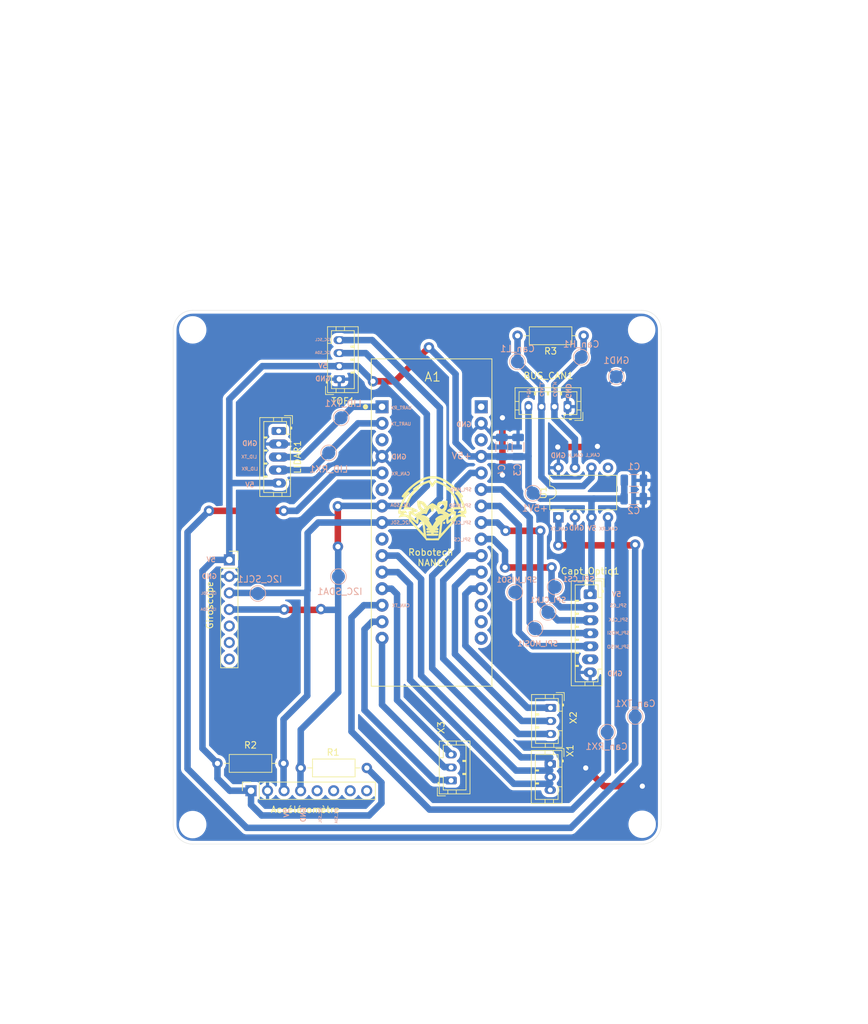
<source format=kicad_pcb>
(kicad_pcb (version 20211014) (generator pcbnew)
  (layers (0 "F.Cu" signal) (31 "B.Cu" signal) (34 "B.Paste" user) (35 "F.Paste" user) (36 "B.SilkS" user "B.Silkscreen") (37 "F.SilkS" user "F.Silkscreen") (38 "B.Mask" user) (39 "F.Mask" user) (44 "Edge.Cuts" user))
  (net 0 "")
  (net 1 "CAN_TX")
  (net 2 "CAN_RX")
  (net 3 "GND")
  (net 4 "+3V3")
  (net 6 "CAN_L")
  (net 7 "XShut9")
  (net 8 "XShut8")
  (net 9 "XShut7")
  (net 10 "CAN_H")
  (net 11 "+5V")
  (net 14 "UART1_RX")
  (net 15 "UART1_TX")
  (net 16 "SPI_MOSI")
  (net 17 "I2C_SDA")
  (net 18 "SPI_MISO")
  (net 19 "I2C_SCL")
  (net 20 "SPI_CLK")
  (net 21 "SPI_CS")
  (net 23 "XShut6")
  (net 24 "XShut5")
  (net 25 "XShut1")
  (net 26 "XShut2")
  (net 27 "XShut3")
  (net 30 "XShut4")
  (footprint "Connector_PinSocket_2.54mm:PinSocket_1x07_P2.54mm_Vertical" (layer "F.Cu") (at 137.62272 107.335)
    (fp_text reference "Giroscope1" hide)
    (fp_text value "Conn_01x07")
    (pad "1" thru_hole rect locked (at 0 0) (size 1.7 1.7) (drill 1) (layers *.Cu *.Mask) (net 11 "+5V"))
    (pad "2" thru_hole oval locked (at 0 2.54) (size 1.7 1.7) (drill 1) (layers *.Cu *.Mask) (net 3 "GND"))
    (pad "3" thru_hole oval locked (at 0 5.08) (size 1.7 1.7) (drill 1) (layers *.Cu *.Mask) (net 19 "I2C_SCL"))
    (pad "4" thru_hole oval locked (at 0 7.62) (size 1.7 1.7) (drill 1) (layers *.Cu *.Mask) (net 17 "I2C_SDA"))
    (pad "5" thru_hole oval locked (at 0 10.16) (size 1.7 1.7) (drill 1) (layers *.Cu *.Mask))
    (pad "6" thru_hole oval locked (at 0 12.7) (size 1.7 1.7) (drill 1) (layers *.Cu *.Mask))
    (pad "7" thru_hole oval locked (at 0 15.24) (size 1.7 1.7) (drill 1) (layers *.Cu *.Mask))
  )
  (footprint "Resistor_THT:R_Axial_DIN0207_L6.3mm_D2.5mm_P10.16mm_Horizontal" (layer "F.Cu") (at 145.96 138.6 180)
    (fp_text reference "R2" (at 5.08 2.8) (layer "F.SilkS"))
    (fp_text value "R")
    (pad "1" thru_hole circle locked (at 0 0 180) (size 1.6 1.6) (drill 0.8) (layers *.Cu *.Mask) (net 19 "I2C_SCL"))
    (pad "2" thru_hole oval locked (at 10.16 0 180) (size 1.6 1.6) (drill 0.8) (layers *.Cu *.Mask) (net 11 "+5V"))
  )
  (footprint "Connector_JST:JST_PH_B3B-PH-K_1x03_P2.00mm_Vertical" (layer "F.Cu") (at 171.704 141.224 90)
    (fp_text reference "J3" hide)
    (fp_text value "X3")
    (pad "1" thru_hole roundrect locked (at 0 0 90) (size 1.2 1.75) (drill 0.75) (layers *.Cu *.Mask) (roundrect_rratio 0.208333) (net 7 "XShut9"))
    (pad "2" thru_hole oval locked (at 2 0 90) (size 1.2 1.75) (drill 0.75) (layers *.Cu *.Mask) (net 8 "XShut8"))
    (pad "3" thru_hole oval locked (at 4 0 90) (size 1.2 1.75) (drill 0.75) (layers *.Cu *.Mask) (net 9 "XShut7"))
  )
  (footprint "Connector_JST:JST_PH_B4B-PH-K_1x04_P2.00mm_Vertical" (layer "F.Cu") (at 189.6 83.8 180)
    (fp_text reference "BUS_CAN1" (at 2.925 4.75) (layer "F.SilkS"))
    (fp_text value "Conn_01x04")
    (pad "1" thru_hole roundrect locked (at 0 0 180) (size 1.2 1.75) (drill 0.8) (layers *.Cu *.Mask) (roundrect_rratio 0.2083333333) (net 3 "GND"))
    (pad "2" thru_hole oval locked (at 2 0 180) (size 1.2 1.75) (drill 0.8) (layers *.Cu *.Mask) (net 10 "CAN_H"))
    (pad "3" thru_hole oval locked (at 4 0 180) (size 1.2 1.75) (drill 0.8) (layers *.Cu *.Mask) (net 6 "CAN_L"))
    (pad "4" thru_hole oval locked (at 6 0 180) (size 1.2 1.75) (drill 0.8) (layers *.Cu *.Mask) (net 11 "+5V"))
  )
  (footprint "Connector_JST:JST_PH_B7B-PH-K_1x07_P2.00mm_Vertical" (layer "F.Cu") (at 193.0842 112.617 -90)
    (fp_text reference "Capt_Optiq1" (at -3.556 0) (layer "F.SilkS"))
    (fp_text value "Conn_01x07")
    (pad "1" thru_hole roundrect (at 0 0 270) (size 1.5 2) (drill 0.8) (layers *.Cu *.Mask) (roundrect_rratio 0.2083333333) (net 11 "+5V"))
    (pad "2" thru_hole oval (at 2 0 270) (size 1.5 2.5) (drill 0.8) (layers *.Cu *.Mask) (net 21 "SPI_CS"))
    (pad "3" thru_hole oval (at 4 0 270) (size 1.5 2.5) (drill 0.8) (layers *.Cu *.Mask) (net 20 "SPI_CLK"))
    (pad "4" thru_hole oval (at 6 0 270) (size 1.5 2.5) (drill 0.8) (layers *.Cu *.Mask) (net 16 "SPI_MOSI"))
    (pad "5" thru_hole oval (at 8 0 270) (size 1.5 2.5) (drill 0.8) (layers *.Cu *.Mask) (net 18 "SPI_MISO"))
    (pad "6" thru_hole oval (at 10 0 270) (size 1.5 2.5) (drill 0.8) (layers *.Cu *.Mask))
    (pad "7" thru_hole oval (at 12 0 270) (size 1.5 2) (drill 0.8) (layers *.Cu *.Mask) (net 3 "GND"))
  )
  (footprint "Connector_JST:JST_PH_B5B-PH-K_1x05_P2.00mm_Vertical" (layer "F.Cu") (at 145.21772 87.535 -90)
    (fp_text reference "LIDAR1" (at 4 -2.9 90) (layer "F.SilkS"))
    (fp_text value "Conn_01x05")
    (pad "1" thru_hole roundrect locked (at 0 0 270) (size 1.2 2.2) (drill 0.75) (layers *.Cu *.Mask) (roundrect_rratio 0.208333))
    (pad "2" thru_hole oval locked (at 2 0 270) (size 1.4 3) (drill 0.8) (layers *.Cu *.Mask) (net 3 "GND"))
    (pad "3" thru_hole oval locked (at 4 0 270) (size 1.4 3) (drill 0.8) (layers *.Cu *.Mask) (net 15 "UART1_TX"))
    (pad "4" thru_hole oval locked (at 6 0 270) (size 1.4 3) (drill 0.8) (layers *.Cu *.Mask) (net 14 "UART1_RX"))
    (pad "5" thru_hole oval locked (at 8 0 270) (size 1.4 2.2) (drill 0.8) (layers *.Cu *.Mask) (net 11 "+5V"))
  )
  (footprint "Connector_JST:JST_PH_B3B-PH-K_1x03_P2.00mm_Vertical" (layer "F.Cu") (at 186.944 138.684 -90)
    (fp_text reference "J2" hide)
    (fp_text value "X1")
    (pad "1" thru_hole roundrect locked (at 0 0 270) (size 1.2 1.75) (drill 0.75) (layers *.Cu *.Mask) (roundrect_rratio 0.208333) (net 24 "XShut5"))
    (pad "2" thru_hole oval locked (at 2 0 270) (size 1.2 1.75) (drill 0.75) (layers *.Cu *.Mask) (net 23 "XShut6"))
    (pad "3" thru_hole oval locked (at 4 0 270) (size 1.2 1.75) (drill 0.75) (layers *.Cu *.Mask) (net 30 "XShut4"))
  )
  (footprint "Connector_JST:JST_PH_B3B-PH-K_1x03_P2.00mm_Vertical" (layer "F.Cu") (at 186.986 130.08 -90)
    (fp_text reference "J1" hide)
    (fp_text value "X2")
    (pad "1" thru_hole roundrect locked (at 0 0 270) (size 1.2 1.75) (drill 0.75) (layers *.Cu *.Mask) (roundrect_rratio 0.208333) (net 27 "XShut3"))
    (pad "2" thru_hole oval locked (at 2 0 270) (size 1.2 1.75) (drill 0.75) (layers *.Cu *.Mask) (net 26 "XShut2"))
    (pad "3" thru_hole oval locked (at 4 0 270) (size 1.2 1.75) (drill 0.75) (layers *.Cu *.Mask) (net 25 "XShut1"))
  )
  (footprint "Logos:logoRobotechNancy10x10" (layer "F.Cu") (at 168.825 99.25992)
    (fp_text reference "G***" hide)
    (fp_text value "LOGO" hide)
  )
  (footprint "empreinte:MODULE_NUCLEO-F303K8" (layer "F.Cu") (at 168.71272 101.6)
    (fp_text reference "A1" (at 0.16228 -22.375) (layer "F.SilkS") (effects (font (size 1.402378 1.402378))))
    (fp_text value "NUCLEO-F303K8")
    (pad "3.1" thru_hole rect (at -7.62 -17.78) (size 2 2) (drill 1) (layers *.Cu *.Mask) (net 15 "UART1_TX"))
    (pad "3.2" thru_hole circle (at -7.62 -15.24) (size 2 2) (drill 1) (layers *.Cu *.Mask) (net 14 "UART1_RX"))
    (pad "3.3" thru_hole circle (at -7.62 -12.7) (size 2 2) (drill 1) (layers *.Cu *.Mask))
    (pad "3.4" thru_hole circle (at -7.62 -10.16) (size 2 2) (drill 1) (layers *.Cu *.Mask) (net 3 "GND"))
    (pad "3.5" thru_hole circle (at -7.62 -7.62) (size 2 2) (drill 1) (layers *.Cu *.Mask) (net 1 "CAN_TX"))
    (pad "3.6" thru_hole circle (at -7.62 -5.08) (size 2 2) (drill 1) (layers *.Cu *.Mask))
    (pad "3.7" thru_hole circle (at -7.62 -2.54) (size 2 2) (drill 1) (layers *.Cu *.Mask) (net 17 "I2C_SDA"))
    (pad "3.8" thru_hole circle (at -7.62 0) (size 2 2) (drill 1) (layers *.Cu *.Mask) (net 19 "I2C_SCL"))
    (pad "3.9" thru_hole circle (at -7.62 2.54) (size 2 2) (drill 1) (layers *.Cu *.Mask))
    (pad "3.10" thru_hole circle (at -7.62 5.08) (size 2 2) (drill 1) (layers *.Cu *.Mask) (net 23 "XShut6"))
    (pad "3.11" thru_hole circle (at -7.62 7.62) (size 2 2) (drill 1) (layers *.Cu *.Mask) (net 30 "XShut4"))
    (pad "3.12" thru_hole circle (at -7.62 10.16) (size 2 2) (drill 1) (layers *.Cu *.Mask) (net 9 "XShut7"))
    (pad "3.13" thru_hole circle (at -7.62 12.7) (size 2 2) (drill 1) (layers *.Cu *.Mask) (net 2 "CAN_RX"))
    (pad "3.14" thru_hole circle (at -7.62 15.24) (size 2 2) (drill 1) (layers *.Cu *.Mask) (net 7 "XShut9"))
    (pad "3.15" thru_hole circle (at -7.62 17.78) (size 2 2) (drill 1) (layers *.Cu *.Mask) (net 8 "XShut8"))
    (pad "4.1" thru_hole rect (at 7.62 -17.78) (size 2 2) (drill 1) (layers *.Cu *.Mask))
    (pad "4.2" thru_hole circle (at 7.62 -15.24) (size 2 2) (drill 1) (layers *.Cu *.Mask) (net 3 "GND"))
    (pad "4.3" thru_hole circle (at 7.62 -12.7) (size 2 2) (drill 1) (layers *.Cu *.Mask))
    (pad "4.4" thru_hole circle (at 7.62 -10.16) (size 2 2) (drill 1) (layers *.Cu *.Mask) (net 11 "+5V"))
    (pad "4.5" thru_hole circle (at 7.62 -7.62) (size 2 2) (drill 1) (layers *.Cu *.Mask) (net 24 "XShut5"))
    (pad "4.6" thru_hole circle (at 7.62 -5.08) (size 2 2) (drill 1) (layers *.Cu *.Mask) (net 16 "SPI_MOSI"))
    (pad "4.7" thru_hole circle (at 7.62 -2.54) (size 2 2) (drill 1) (layers *.Cu *.Mask) (net 18 "SPI_MISO"))
    (pad "4.8" thru_hole circle (at 7.62 0) (size 2 2) (drill 1) (layers *.Cu *.Mask) (net 20 "SPI_CLK"))
    (pad "4.9" thru_hole circle (at 7.62 2.54) (size 2 2) (drill 1) (layers *.Cu *.Mask) (net 21 "SPI_CS"))
    (pad "4.10" thru_hole circle (at 7.62 5.08) (size 2 2) (drill 1) (layers *.Cu *.Mask) (net 25 "XShut1"))
    (pad "4.11" thru_hole circle (at 7.62 7.62) (size 2 2) (drill 1) (layers *.Cu *.Mask) (net 26 "XShut2"))
    (pad "4.12" thru_hole circle (at 7.62 10.16) (size 2 2) (drill 1) (layers *.Cu *.Mask) (net 27 "XShut3"))
    (pad "4.13" thru_hole circle (at 7.62 12.7) (size 2 2) (drill 1) (layers *.Cu *.Mask))
    (pad "4.14" thru_hole circle (at 7.62 15.24) (size 2 2) (drill 1) (layers *.Cu *.Mask) (net 4 "+3V3"))
    (pad "4.15" thru_hole circle (at 7.62 17.78) (size 2 2) (drill 1) (layers *.Cu *.Mask))
  )
  (footprint "Connector_JST:JST_PH_B4B-PH-K_1x04_P2.00mm_Vertical" (layer "F.Cu") (at 154.525 79.575 90)
    (fp_text reference "TOF1" (at -3.375 0.6) (layer "F.SilkS"))
    (fp_text value "Conn_01x04")
    (pad "1" thru_hole roundrect (at 0 0 90) (size 1.2 1.75) (drill 0.8) (layers *.Cu *.Mask) (roundrect_rratio 0.2083333333) (net 3 "GND"))
    (pad "2" thru_hole oval (at 2 0 90) (size 1.2 1.75) (drill 0.8) (layers *.Cu *.Mask) (net 11 "+5V"))
    (pad "3" thru_hole oval (at 4 0 90) (size 1.2 1.75) (drill 0.8) (layers *.Cu *.Mask) (net 17 "I2C_SDA"))
    (pad "4" thru_hole oval (at 6 0 90) (size 1.2 1.75) (drill 0.8) (layers *.Cu *.Mask) (net 19 "I2C_SCL"))
  )
  (footprint "Resistor_THT:R_Axial_DIN0207_L6.3mm_D2.5mm_P10.16mm_Horizontal" (layer "F.Cu") (at 192.08 72.9 180)
    (fp_text reference "R3" (at 5.08 -2.37) (layer "F.SilkS"))
    (fp_text value "R")
    (pad "1" thru_hole circle locked (at 0 0 180) (size 1.6 1.6) (drill 0.8) (layers *.Cu *.Mask) (net 10 "CAN_H"))
    (pad "2" thru_hole oval locked (at 10.16 0 180) (size 1.6 1.6) (drill 0.8) (layers *.Cu *.Mask) (net 6 "CAN_L"))
  )
  (footprint "Resistor_THT:R_Axial_DIN0207_L6.3mm_D2.5mm_P10.16mm_Horizontal" (layer "F.Cu") (at 158.76 139.3 180)
    (fp_text reference "R1" (at 5.18 2.4) (layer "F.SilkS"))
    (fp_text value "R")
    (pad "1" thru_hole circle locked (at 0 0 180) (size 1.6 1.6) (drill 0.8) (layers *.Cu *.Mask) (net 11 "+5V"))
    (pad "2" thru_hole oval locked (at 10.16 0 180) (size 1.6 1.6) (drill 0.8) (layers *.Cu *.Mask) (net 17 "I2C_SDA"))
  )
  (footprint "Connector_PinSocket_2.54mm:PinSocket_1x08_P2.54mm_Vertical" (layer "F.Cu") (at 140.96 142.8 90)
    (fp_text reference "Accéleromètre1" hide)
    (fp_text value "Conn_01x08")
    (pad "1" thru_hole rect locked (at 0 0 90) (size 1.7 1.7) (drill 1) (layers *.Cu *.Mask) (net 11 "+5V"))
    (pad "2" thru_hole oval locked (at 0 2.54 90) (size 1.7 1.7) (drill 1) (layers *.Cu *.Mask) (net 3 "GND"))
    (pad "3" thru_hole oval locked (at 0 5.08 90) (size 1.7 1.7) (drill 1) (layers *.Cu *.Mask) (net 19 "I2C_SCL"))
    (pad "4" thru_hole oval locked (at 0 7.62 90) (size 1.7 1.7) (drill 1) (layers *.Cu *.Mask) (net 17 "I2C_SDA"))
    (pad "5" thru_hole oval locked (at 0 10.16 90) (size 1.7 1.7) (drill 1) (layers *.Cu *.Mask))
    (pad "6" thru_hole oval locked (at 0 12.7 90) (size 1.7 1.7) (drill 1) (layers *.Cu *.Mask))
    (pad "7" thru_hole oval locked (at 0 15.24 90) (size 1.7 1.7) (drill 1) (layers *.Cu *.Mask))
    (pad "8" thru_hole oval locked (at 0 17.78 90) (size 1.7 1.7) (drill 1) (layers *.Cu *.Mask))
  )
  (footprint "Package_DIP:DIP-8_W7.62mm" (layer "F.Cu") (at 188.2 100.8 90)
    (fp_text reference "U1" (at 3.81 -2.33 90) (layer "F.SilkS"))
    (fp_text value "MCP2551-I-P")
    (pad "1" thru_hole rect locked (at 0 0 90) (size 1.6 1.6) (drill 0.8) (layers *.Cu *.Mask) (net 1 "CAN_TX"))
    (pad "2" thru_hole oval locked (at 0 2.54 90) (size 1.6 1.6) (drill 0.8) (layers *.Cu *.Mask) (net 3 "GND"))
    (pad "3" thru_hole oval locked (at 0 5.08 90) (size 1.6 1.6) (drill 0.8) (layers *.Cu *.Mask) (net 11 "+5V"))
    (pad "4" thru_hole oval locked (at 0 7.62 90) (size 1.6 1.6) (drill 0.8) (layers *.Cu *.Mask) (net 2 "CAN_RX"))
    (pad "5" thru_hole oval locked (at 7.62 7.62 90) (size 1.6 1.6) (drill 0.8) (layers *.Cu *.Mask))
    (pad "6" thru_hole oval locked (at 7.62 5.08 90) (size 1.6 1.6) (drill 0.8) (layers *.Cu *.Mask) (net 6 "CAN_L"))
    (pad "7" thru_hole oval locked (at 7.62 2.54 90) (size 1.6 1.6) (drill 0.8) (layers *.Cu *.Mask) (net 10 "CAN_H"))
    (pad "8" thru_hole oval locked (at 7.62 0 90) (size 1.6 1.6) (drill 0.8) (layers *.Cu *.Mask) (net 3 "GND"))
  )
  (footprint "MountingHole:MountingHole_3.2mm_M3" (layer "B.Cu") (at 132 72 180)
    (fp_text reference "REF" hide)
    (fp_text value "MountingHole_3.2mm_M3")
    (pad "" np_thru_hole circle locked (at 0 0 180) (size 3.2 3.2) (drill 3.2) (layers *.Cu *.Mask))
  )
  (footprint "MountingHole:MountingHole_3.2mm_M3" (layer "B.Cu") (at 201.075 147.95 180)
    (fp_text reference "REF" hide)
    (fp_text value "MountingHole_3.2mm_M3")
    (pad "" np_thru_hole circle locked (at 0 0 180) (size 3.2 3.2) (drill 3.2) (layers *.Cu *.Mask))
  )
  (footprint "MountingHole:MountingHole_3.2mm_M3" (layer "B.Cu") (at 132 148 180)
    (fp_text reference "REF" hide)
    (fp_text value "MountingHole_3.2mm_M3")
    (pad "" np_thru_hole circle locked (at 0 0 180) (size 3.2 3.2) (drill 3.2) (layers *.Cu *.Mask))
  )
  (footprint "MountingHole:MountingHole_3.2mm_M3" (layer "B.Cu") (at 201 72 180)
    (fp_text reference "REF" hide)
    (fp_text value "MountingHole_3.2mm_M3")
    (pad "" np_thru_hole circle locked (at 0 0 180) (size 3.2 3.2) (drill 3.2) (layers *.Cu *.Mask))
  )
  (footprint "TestPoint:TestPoint_Pad_D2.0mm" (layer "B.Cu") (at 181.5 112.3 180)
    (fp_text reference "SPI_MISO1" (at -0.3 1.9) (layer "B.SilkS") (effects (font (size 0.8 0.8)) (justify mirror)))
    (fp_text value "TestPoint")
    (pad "1" smd circle locked (at 0 0 180) (size 2 2) (layers "B.Cu" "B.Mask") (net 18 "SPI_MISO"))
  )
  (footprint "TestPoint:TestPoint_Pad_D2.0mm" (layer "B.Cu") (at 154.4 109.9 180)
    (fp_text reference "I2C_SDA1" (at -0.2 -2.3) (layer "B.SilkS") (effects (justify mirror)))
    (fp_text value "TestPoint")
    (pad "1" smd circle locked (at 0 0 180) (size 2 2) (layers "B.Cu" "B.Mask") (net 17 "I2C_SDA"))
  )
  (footprint "TestPoint:TestPoint_Pad_D2.0mm" (layer "B.Cu") (at 184.3 97.1 180)
    (fp_text reference "+5V1" (at -0.3 -2.3) (layer "B.SilkS") (effects (justify mirror)))
    (fp_text value "TestPoint")
    (pad "1" smd circle locked (at 0 0 180) (size 2 2) (layers "B.Cu" "B.Mask") (net 11 "+5V"))
  )
  (footprint "TestPoint:TestPoint_Pad_D2.0mm" (layer "B.Cu") (at 195.7 133.8 180)
    (fp_text reference "Can_RX1" (at 0.1 -2.2) (layer "B.SilkS") (effects (justify mirror)))
    (fp_text value "TestPoint")
    (pad "1" smd circle locked (at 0 0 180) (size 2 2) (layers "B.Cu" "B.Mask") (net 2 "CAN_RX"))
  )
  (footprint "Capacitor_SMD:C_1206_3216Metric" (layer "B.Cu") (at 199.8 95.125)
    (fp_text reference "C1" (at 0 -2.125) (layer "B.SilkS") (effects (justify mirror)))
    (fp_text value "100pF")
    (pad "1" smd roundrect locked (at -1.475 0) (size 1.15 1.8) (layers "B.Cu" "B.Paste" "B.Mask") (roundrect_rratio 0.2173913043) (net 11 "+5V"))
    (pad "2" smd roundrect locked (at 1.475 0) (size 1.15 1.8) (layers "B.Cu" "B.Paste" "B.Mask") (roundrect_rratio 0.2173913043) (net 3 "GND"))
  )
  (footprint "Capacitor_SMD:C_1206_3216Metric" (layer "B.Cu") (at 199.775 97.925)
    (fp_text reference "C2" (at 0 1.85) (layer "B.SilkS") (effects (justify mirror)))
    (fp_text value "100nF")
    (pad "1" smd roundrect locked (at -1.475 0) (size 1.15 1.8) (layers "B.Cu" "B.Paste" "B.Mask") (roundrect_rratio 0.2173913043) (net 11 "+5V"))
    (pad "2" smd roundrect locked (at 1.475 0) (size 1.15 1.8) (layers "B.Cu" "B.Paste" "B.Mask") (roundrect_rratio 0.2173913043) (net 3 "GND"))
  )
  (footprint "TestPoint:TestPoint_Pad_D2.0mm" (layer "B.Cu") (at 142 112.5 180)
    (fp_text reference "I2C_SCL1" (at -0.3 2.2) (layer "B.SilkS") (effects (justify mirror)))
    (fp_text value "TestPoint")
    (pad "1" smd circle locked (at 0 0 180) (size 2 2) (layers "B.Cu" "B.Mask") (net 19 "I2C_SCL"))
  )
  (footprint "TestPoint:TestPoint_Pad_D2.0mm" (layer "B.Cu") (at 191.7 76.2 180)
    (fp_text reference "Can_H1" (at 0 1.998) (layer "B.SilkS") (effects (justify mirror)))
    (fp_text value "TestPoint")
    (pad "1" smd circle locked (at 0 0 180) (size 2 2) (layers "B.Cu" "B.Mask") (net 10 "CAN_H"))
  )
  (footprint "TestPoint:TestPoint_Pad_D2.0mm" (layer "B.Cu") (at 152.9 90.9 180)
    (fp_text reference "LID_RX1" (at 0 -2.5) (layer "B.SilkS") (effects (justify mirror)))
    (fp_text value "TestPoint")
    (pad "1" smd circle locked (at 0 0 180) (size 2 2) (layers "B.Cu" "B.Mask") (net 14 "UART1_RX"))
  )
  (footprint "TestPoint:TestPoint_Pad_D2.0mm" (layer "B.Cu") (at 187.7 111.5 180)
    (fp_text reference "SPI_CS1" (at -3.6 1.2) (layer "B.SilkS") (effects (font (size 0.8 0.8)) (justify mirror)))
    (fp_text value "TestPoint")
    (pad "1" smd circle locked (at 0 0 180) (size 2 2) (layers "B.Cu" "B.Mask") (net 21 "SPI_CS"))
  )
  (footprint "TestPoint:TestPoint_Pad_D2.0mm" (layer "B.Cu") (at 200 131.4 180)
    (fp_text reference "Can_TX1" (at 0 1.998) (layer "B.SilkS") (effects (justify mirror)))
    (fp_text value "TestPoint")
    (pad "1" smd circle locked (at 0 0 180) (size 2 2) (layers "B.Cu" "B.Mask") (net 1 "CAN_TX"))
  )
  (footprint "TestPoint:TestPoint_Pad_D2.0mm" (layer "B.Cu") (at 181.9 76.9 180)
    (fp_text reference "Can_L1" (at 0 1.998) (layer "B.SilkS") (effects (justify mirror)))
    (fp_text value "TestPoint")
    (pad "1" smd circle locked (at 0 0 180) (size 2 2) (layers "B.Cu" "B.Mask") (net 6 "CAN_L"))
  )
  (footprint "Capacitor_SMD:C_1206_3216Metric" (layer "B.Cu") (at 182 90 -90)
    (fp_text reference "C3" (at 3.5 0.1 90) (layer "B.SilkS") (effects (justify mirror)))
    (fp_text value "100nF")
    (pad "1" smd roundrect locked (at -1.475 0 270) (size 1.15 1.8) (layers "B.Cu" "B.Paste" "B.Mask") (roundrect_rratio 0.2173913043) (net 3 "GND"))
    (pad "2" smd roundrect locked (at 1.475 0 270) (size 1.15 1.8) (layers "B.Cu" "B.Paste" "B.Mask") (roundrect_rratio 0.2173913043) (net 11 "+5V"))
  )
  (footprint "Capacitor_SMD:C_1206_3216Metric" (layer "B.Cu") (at 179.5 90 -90)
    (fp_text reference "C4" (at 3.6 0 90) (layer "B.SilkS") (effects (justify mirror)))
    (fp_text value "100pF")
    (pad "1" smd roundrect locked (at -1.475 0 270) (size 1.15 1.8) (layers "B.Cu" "B.Paste" "B.Mask") (roundrect_rratio 0.2173913043) (net 3 "GND"))
    (pad "2" smd roundrect locked (at 1.475 0 270) (size 1.15 1.8) (layers "B.Cu" "B.Paste" "B.Mask") (roundrect_rratio 0.2173913043) (net 11 "+5V"))
  )
  (footprint "TestPoint:TestPoint_Pad_D2.0mm" (layer "B.Cu") (at 154.8 85.5 180)
    (fp_text reference "LID_TX1" (at -0.3 2.2) (layer "B.SilkS") (effects (justify mirror)))
    (fp_text value "TestPoint")
    (pad "1" smd circle locked (at 0 0 180) (size 2 2) (layers "B.Cu" "B.Mask") (net 15 "UART1_TX"))
  )
  (footprint "TestPoint:TestPoint_Pad_D2.0mm" (layer "B.Cu") (at 197.1 79.2 180)
    (fp_text reference "GND1" (at 0 2.5) (layer "B.SilkS") (effects (justify mirror)))
    (fp_text value "TestPoint")
    (pad "1" smd circle locked (at 0 0 180) (size 2 2) (layers "B.Cu" "B.Mask") (net 3 "GND"))
  )
  (footprint "TestPoint:TestPoint_Pad_D2.0mm" (layer "B.Cu") (at 186.6 115.4 180)
    (fp_text reference "SPI_CLK1" (at 0 1.9) (layer "B.SilkS") (effects (font (size 0.8 0.8)) (justify mirror)))
    (fp_text value "TestPoint")
    (pad "1" smd circle locked (at 0 0 180) (size 2 2) (layers "B.Cu" "B.Mask") (net 20 "SPI_CLK"))
  )
  (footprint "TestPoint:TestPoint_Pad_D2.0mm" (layer "B.Cu") (at 184.6 117.9 180)
    (fp_text reference "SPI_MOSI1" (at -0.4 -2.3) (layer "B.SilkS") (effects (font (size 0.8 0.8)) (justify mirror)))
    (fp_text value "TestPoint")
    (pad "1" smd circle locked (at 0 0 180) (size 2 2) (layers "B.Cu" "B.Mask") (net 16 "SPI_MOSI"))
  )
  (gr_line (start 204 72) (end 204 141) (layer "Edge.Cuts") (width 0.05))
  (gr_arc (start 132 151) (mid 129.87868 150.12132) (end 129 148) (layer "Edge.Cuts") (width 0.05))
  (gr_arc (start 201 69) (mid 203.12132 69.87868) (end 204 72) (layer "Edge.Cuts") (width 0.05))
  (gr_arc (start 129 72) (mid 129.87868 69.87868) (end 132 69) (layer "Edge.Cuts") (width 0.05))
  (gr_line (start 132 69) (end 201 69) (layer "Edge.Cuts") (width 0.05))
  (gr_arc (start 204 148) (mid 203.12132 150.12132) (end 201 151) (layer "Edge.Cuts") (width 0.05))
  (gr_line (start 129 141) (end 129 148) (layer "Edge.Cuts") (width 0.05))
  (gr_line (start 129 141) (end 129 72) (layer "Edge.Cuts") (width 0.05))
  (gr_line (start 204 141) (end 204 148) (layer "Edge.Cuts") (width 0.05))
  (gr_line (start 201 151) (end 132 151) (layer "Edge.Cuts") (width 0.05))
  (gr_text "LID_RX" (at 140.775 93.35) (layer "B.SilkS") (effects (font (size 0.5 0.5) (thickness 0.1)) (justify mirror)))
  (gr_text "5V" (at 140.77272 95.79) (layer "B.SilkS") (effects (font (size 0.75 0.75)) (justify mirror)))
  (gr_text "+5V\n" (at 183.625 81.75 -90) (layer "B.SilkS") (effects (font (size 0.5 0.5) (thickness 0.1)) (justify mirror)))
  (gr_text "GND" (at 134.54972 109.855) (layer "B.SilkS") (effects (font (size 0.75 0.75)) (justify mirror)))
  (gr_text "I2C_SDL\n" (at 134.45772 112.46) (layer "B.SilkS") (effects (font (size 0.4 0.4) (thickness 0.08)) (justify mirror)))
  (gr_text "UART_TX" (at 164 86.45) (layer "B.SilkS") (effects (font (size 0.5 0.5) (thickness 0.1)) (justify mirror)))
  (gr_text "SPI_CLK\n\n" (at 173.3 102.025) (layer "B.SilkS") (effects (font (size 0.5 0.5) (thickness 0.1)) (justify mirror)))
  (gr_text "CAN_H\n" (at 187.65 81.125 -90) (layer "B.SilkS") (effects (font (size 0.5 0.5) (thickness 0.1)) (justify mirror)))
  (gr_text "I2C_SDA" (at 163.9 98.925) (layer "B.SilkS") (effects (font (size 0.5 0.5) (thickness 0.1)) (justify mirror)))
  (gr_text "GND" (at 191 102.425) (layer "B.SilkS") (effects (font (size 0.75 0.75)) (justify mirror)))
  (gr_text "GND" (at 188.175 91.3) (layer "B.SilkS") (effects (font (size 0.75 0.75)) (justify mirror)))
  (gr_text "CAN_L\n" (at 193.475 91.225) (layer "B.SilkS") (effects (font (size 0.5 0.5) (thickness 0.1)) (justify mirror)))
  (gr_text "GND" (at 196.8942 124.809) (layer "B.SilkS") (effects (font (size 0.75 0.75)) (justify mirror)))
  (gr_text "5V" (at 146.405692 146.205504 90) (layer "B.SilkS") (effects (font (size 0.75 0.75)) (justify mirror)))
  (gr_text "I2C_SCL\n" (at 152 73.5) (layer "B.SilkS") (effects (font (size 0.4 0.4) (thickness 0.08)) (justify mirror)))
  (gr_text "CAN_TX" (at 188.325 102.575) (layer "B.SilkS") (effects (font (size 0.5 0.5) (thickness 0.1)) (justify mirror)))
  (gr_text "SPI_MISO\n\n\n" (at 173.1 99.8) (layer "B.SilkS") (effects (font (size 0.5 0.5) (thickness 0.1)) (justify mirror)))
  (gr_text "5V" (at 193.35 102.475) (layer "B.SilkS") (effects (font (size 0.75 0.75)) (justify mirror)))
  (gr_text "CAN_L\n" (at 185.625 81.125 -90) (layer "B.SilkS") (effects (font (size 0.5 0.5) (thickness 0.1)) (justify mirror)))
  (gr_text "CAN_TX" (at 164 114.35) (layer "B.SilkS") (effects (font (size 0.5 0.5) (thickness 0.1)) (justify mirror)))
  (gr_text "I2C_SDA" (at 152 75.5) (layer "B.SilkS") (effects (font (size 0.4 0.4) (thickness 0.08)) (justify mirror)))
  (gr_text "SPI_MISO\n\n\n" (at 197.4022 121.507) (layer "B.SilkS") (effects (font (size 0.5 0.5) (thickness 0.1)) (justify mirror)))
  (gr_text "CAN_RX" (at 163.975 94.1) (layer "B.SilkS") (effects (font (size 0.5 0.5) (thickness 0.1)) (justify mirror)))
  (gr_text "I2C_SDL\n" (at 151.585 146.567 90) (layer "B.SilkS") (effects (font (size 0.4 0.4) (thickness 0.08)) (justify mirror)))
  (gr_text "SPI_CS\n\n\n" (at 173.45 105.025) (layer "B.SilkS") (effects (font (size 0.5 0.5) (thickness 0.1)) (justify mirror)))
  (gr_text "GND" (at 148.98 146.475 90) (layer "B.SilkS") (effects (font (size 0.75 0.75)) (justify mirror)))
  (gr_text "CAN_H\n" (at 190.825 91.275) (layer "B.SilkS") (effects (font (size 0.5 0.5) (thickness 0.1)) (justify mirror)))
  (gr_text "+5V\n" (at 173.325 91.35) (layer "B.SilkS") (effects (font (size 1 1)) (justify mirror)))
  (gr_text "GND" (at 152 79.5) (layer "B.SilkS") (effects (font (size 0.75 0.75)) (justify mirror)))
  (gr_text "UART_RX" (at 164.05 83.975) (layer "B.SilkS") (effects (font (size 0.5 0.5) (thickness 0.1)) (justify mirror)))
  (gr_text "5V" (at 197.1482 112.617) (layer "B.SilkS") (effects (font (size 0.75 0.75)) (justify mirror)))
  (gr_text "GND" (at 140.77272 89.44) (layer "B.SilkS") (effects (font (size 0.75 0.75)) (justify mirror)))
  (gr_text "SPI_CS\n\n\n" (at 197.4022 115.157) (layer "B.SilkS") (effects (font (size 0.5 0.5) (thickness 0.1)) (justify mirror)))
  (gr_text "SPI_MOSI\n\n" (at 197.4022 118.967) (layer "B.SilkS") (effects (font (size 0.5 0.5) (thickness 0.1)) (justify mirror)))
  (gr_text "I2C_SDA" (at 134.42272 114.935) (layer "B.SilkS") (effects (font (size 0.4 0.4) (thickness 0.08)) (justify mirror)))
  (gr_text "GND" (at 189.725 81.4 -90) (layer "B.SilkS") (effects (font (size 0.75 0.75)) (justify mirror)))
  (gr_text "I2C_SDA" (at 154.06 146.602 90) (layer "B.SilkS") (effects (font (size 0.4 0.4) (thickness 0.08)) (justify mirror)))
  (gr_text "5V" (at 152 77.5) (layer "B.SilkS") (effects (font (size 0.75 0.75)) (justify mirror)))
  (gr_text "LID_TX" (at 140.675 91.5) (layer "B.SilkS") (effects (font (size 0.5 0.5) (thickness 0.1)) (justify mirror)))
  (gr_text "GND" (at 163.7 91.5) (layer "B.SilkS") (effects (font (size 0.75 0.75)) (justify mirror)))
  (gr_text "5V" (at 134.819216 107.280692) (layer "B.SilkS") (effects (font (size 0.75 0.75)) (justify mirror)))
  (gr_text "CAN_RX" (at 195.9 102.55) (layer "B.SilkS") (effects (font (size 0.5 0.5) (thickness 0.1)) (justify mirror)))
  (gr_text "SPI_MOSI\n\n" (at 173.15 96.925) (layer "B.SilkS") (effects (font (size 0.5 0.5) (thickness 0.1)) (justify mirror)))
  (gr_text "GND" (at 173.675 86.525) (layer "B.SilkS") (effects (font (size 0.75 0.75)) (justify mirror)))
  (gr_text "SPI_CLK\n\n" (at 197.4022 116.935) (layer "B.SilkS") (effects (font (size 0.5 0.5) (thickness 0.1)) (justify mirror)))
  (gr_text "I2C_SDL\n" (at 163.9 101.6) (layer "B.SilkS") (effects (font (size 0.5 0.5) (thickness 0.1)) (justify mirror)))
  (gr_text "X2" (at 190.5 131.572 90) (layer "F.SilkS") (effects (font (size 1 1))))
  (gr_text "Giroscope" (at 134.62 114.3 90) (layer "F.SilkS") (effects (font (size 1 1))))
  (gr_text "X1" (at 189.992 136.652 90) (layer "F.SilkS") (effects (font (size 1 1))))
  (gr_text "X3" (at 170.18 133.096 90) (layer "F.SilkS") (effects (font (size 1 1))))
  (gr_text "Accéléromètre" (at 149.3 145.7) (layer "F.SilkS") (effects (font (size 1 1))))
  (gr_text "Robotech\n NANCY" (at 168.575 106.975) (layer "F.SilkS") (effects (font (size 1 1))))
  (segment (start 199.9 105.1) (end 200 105) (width 1) (layer "F.Cu") (net 1))
  (segment (start 134.5 99.8) (end 146 99.8) (width 1) (layer "F.Cu") (net 1))
  (segment (start 188.2 105.1) (end 199.9 105.1) (width 1) (layer "F.Cu") (net 1))
  (via (at 188.2 105.1) (size 1.6) (drill 0.8) (layers "F.Cu" "B.Cu") (net 1))
  (via (at 146 99.8) (size 1.6) (drill 0.8) (layers "F.Cu" "B.Cu") (net 1))
  (via (at 134.5 99.8) (size 1.6) (drill 0.8) (layers "F.Cu" "B.Cu") (net 1))
  (via (at 200 105) (size 1.6) (drill 0.8) (layers "F.Cu" "B.Cu") (net 1))
  (segment (start 200 138.6) (end 190.1 148.5) (width 1) (layer "B.Cu") (net 1))
  (segment (start 188.2 100.8) (end 188.2 105.1) (width 1) (layer "B.Cu") (net 1))
  (segment (start 190.1 148.5) (end 140.3 148.5) (width 1) (layer "B.Cu") (net 1))
  (segment (start 153.82 93.98) (end 161.09272 93.98) (width 1) (layer "B.Cu") (net 1))
  (segment (start 148 99.8) (end 153.82 93.98) (width 1) (layer "B.Cu") (net 1))
  (segment (start 131.2 103.1) (end 134.5 99.8) (width 1) (layer "B.Cu") (net 1))
  (segment (start 146 99.8) (end 148 99.8) (width 1) (layer "B.Cu") (net 1))
  (segment (start 131.2 139.4) (end 131.2 103.1) (width 1) (layer "B.Cu") (net 1))
  (segment (start 200 105) (end 200 138.6) (width 1) (layer "B.Cu") (net 1))
  (segment (start 140.3 148.5) (end 131.2 139.4) (width 1) (layer "B.Cu") (net 1))
  (segment (start 156.4 116.2) (end 156.4 133.7) (width 1) (layer "B.Cu") (net 2))
  (segment (start 195.8 140.2) (end 195.8 100.82) (width 1) (layer "B.Cu") (net 2))
  (segment (start 158.3 114.3) (end 156.4 116.2) (width 1) (layer "B.Cu") (net 2))
  (segment (start 195.8 100.82) (end 195.82 100.8) (width 1) (layer "B.Cu") (net 2))
  (segment (start 156.4 133.7) (end 168.4 145.7) (width 1) (layer "B.Cu") (net 2))
  (segment (start 190.3 145.7) (end 195.8 140.2) (width 1) (layer "B.Cu") (net 2))
  (segment (start 161.09272 114.3) (end 158.3 114.3) (width 1) (layer "B.Cu") (net 2))
  (segment (start 168.4 145.7) (end 190.3 145.7) (width 1) (layer "B.Cu") (net 2))
  (segment (start 194.1 90) (end 194.2 89.9) (width 1) (layer "F.Cu") (net 3))
  (segment (start 201.1 142.1) (end 195.2 142.1) (width 1) (layer "F.Cu") (net 3))
  (segment (start 195.2 142.1) (end 192.4 139.3) (width 1) (layer "F.Cu") (net 3))
  (segment (start 179.6 85.5) (end 179.6 94.3) (width 1) (layer "F.Cu") (net 3))
  (segment (start 188.1 90) (end 194.1 90) (width 1) (layer "F.Cu") (net 3))
  (via (at 179.6 85.5) (size 1.6) (drill 0.8) (layers "F.Cu" "B.Cu") (net 3))
  (via (at 192.4 139.3) (size 1.6) (drill 0.8) (layers "F.Cu" "B.Cu") (net 3))
  (via (at 201.1 142.1) (size 1.6) (drill 0.8) (layers "F.Cu" "B.Cu") (net 3))
  (via (at 188.1 90) (size 1.6) (drill 0.8) (layers "F.Cu" "B.Cu") (net 3))
  (via (at 179.6 94.3) (size 1.6) (drill 0.8) (layers "F.Cu" "B.Cu") (net 3))
  (via (at 194.2 89.9) (size 1.6) (drill 0.8) (layers "F.Cu" "B.Cu") (net 3))
  (segment (start 185.5856 94.5856) (end 185.5856 80.5856) (width 1) (layer "B.Cu") (net 6))
  (segment (start 181.92 76.92) (end 181.92 72.9) (width 1) (layer "B.Cu") (net 6))
  (segment (start 187 96) (end 185.5856 94.5856) (width 1) (layer "B.Cu") (net 6))
  (segment (start 192 96) (end 187 96) (width 1) (layer "B.Cu") (net 6))
  (segment (start 185.5856 80.5856) (end 181.92 76.92) (width 1) (layer "B.Cu") (net 6))
  (segment (start 193.28 93.18) (end 193.28 94.72) (width 1) (layer "B.Cu") (net 6))
  (segment (start 193.28 94.72) (end 192 96) (width 1) (layer "B.Cu") (net 6))
  (segment (start 159.56 116.84) (end 158.4 118) (width 1) (layer "B.Cu") (net 7))
  (segment (start 158.4 118) (end 158.4 130.41) (width 1) (layer "B.Cu") (net 7))
  (segment (start 169.15 141.16) (end 171.704 141.16) (width 1) (layer "B.Cu") (net 7))
  (segment (start 161.09272 116.84) (end 159.56 116.84) (width 1) (layer "B.Cu") (net 7))
  (segment (start 158.4 130.41) (end 169.15 141.16) (width 1) (layer "B.Cu") (net 7))
  (segment (start 161.09272 129.59672) (end 170.656 139.16) (width 1) (layer "B.Cu") (net 8))
  (segment (start 170.656 139.16) (end 171.704 139.16) (width 1) (layer "B.Cu") (net 8))
  (segment (start 161.09272 119.38) (end 161.09272 129.59672) (width 1) (layer "B.Cu") (net 8))
  (segment (start 162.56 111.76) (end 163.4 112.6) (width 1) (layer "B.Cu") (net 9))
  (segment (start 163.4 128.856) (end 171.704 137.16) (width 1) (layer "B.Cu") (net 9))
  (segment (start 161.09272 111.76) (end 162.56 111.76) (width 1) (layer "B.Cu") (net 9))
  (segment (start 163.4 112.6) (end 163.4 128.856) (width 1) (layer "B.Cu") (net 9))
  (segment (start 190.74 88.74) (end 187.5856 85.5856) (width 1) (layer "B.Cu") (net 10))
  (segment (start 192.08 75.92) (end 192.08 72.9) (width 1) (layer "B.Cu") (net 10))
  (segment (start 187.5856 85.5856) (end 187.5856 80.4144) (width 1) (layer "B.Cu") (net 10))
  (segment (start 190.74 93.18) (end 190.74 88.74) (width 1) (layer "B.Cu") (net 10))
  (segment (start 187.5856 80.4144) (end 192.08 75.92) (width 1) (layer "B.Cu") (net 10))
  (segment (start 168.3 74.7) (end 163.1 79.9) (width 1) (layer "F.Cu") (net 11))
  (segment (start 163.1 79.9) (end 159.7 79.9) (width 1) (layer "F.Cu") (net 11))
  (via (at 168.3 74.7) (size 1.6) (drill 0.8) (layers "F.Cu" "B.Cu") (net 11))
  (via (at 159.7 79.9) (size 1.6) (drill 0.8) (layers "F.Cu" "B.Cu") (net 11))
  (segment (start 135.8 138.6) (end 135.8 140.9) (width 1) (layer "B.Cu") (net 11))
  (segment (start 183.6 91.4) (end 183.6 96.1) (width 1) (layer "B.Cu") (net 11))
  (segment (start 133.5 136.3) (end 135.8 138.6) (width 1) (layer "B.Cu") (net 11))
  (segment (start 183.6 96.1) (end 185.425 97.925) (width 1) (layer "B.Cu") (net 11))
  (segment (start 137.7 142.8) (end 140.96 142.8) (width 1) (layer "B.Cu") (net 11))
  (segment (start 137.62272 107.335) (end 135.1842 107.335) (width 1) (layer "B.Cu") (net 11))
  (segment (start 193.65 97.925) (end 198.3 97.925) (width 1) (layer "B.Cu") (net 11))
  (segment (start 140.96 144.96) (end 142.6 146.6) (width 1) (layer "B.Cu") (net 11))
  (segment (start 154.525 77.575) (end 157.375 77.575) (width 1) (layer "B.Cu") (net 11))
  (segment (start 161 144.7) (end 159.1 146.6) (width 1) (layer "B.Cu") (net 11))
  (segment (start 185.425 97.925) (end 193.65 97.925) (width 1) (layer "B.Cu") (net 11))
  (segment (start 159.1 146.6) (end 142.6 146.6) (width 1) (layer "B.Cu") (net 11))
  (segment (start 183.6 83.8) (end 183.6 91.4) (width 1) (layer "B.Cu") (net 11))
  (segment (start 145.21772 95.535) (end 137.8402 95.535) (width 1) (layer "B.Cu") (net 11))
  (segment (start 154.525 77.575) (end 142.7 77.575) (width 1) (layer "B.Cu") (net 11))
  (segment (start 172.4 89.3) (end 174.54 91.44) (width 1) (layer "B.Cu") (net 11))
  (segment (start 174.54 91.44) (end 176.33272 91.44) (width 1) (layer "B.Cu") (net 11))
  (segment (start 157.375 77.575) (end 159.7 79.9) (width 1) (layer "B.Cu") (net 11))
  (segment (start 193.28 112.4212) (end 193.0842 112.617) (width 1) (layer "B.Cu") (net 11))
  (segment (start 135.1842 107.335) (end 133.5 109.0192) (width 1) (layer "B.Cu") (net 11))
  (segment (start 193.28 98.295) (end 193.65 97.925) (width 1) (layer "B.Cu") (net 11))
  (segment (start 137.62272 82.65228) (end 137.62272 107.335) (width 1) (layer "B.Cu") (net 11))
  (segment (start 183.525 91.475) (end 183.6 91.4) (width 1) (layer "B.Cu") (net 11))
  (segment (start 193.28 100.8) (end 193.28 112.4212) (width 1) (layer "B.Cu") (net 11))
  (segment (start 158.76 139.3) (end 161 141.54) (width 1) (layer "B.Cu") (net 11))
  (segment (start 182 91.475) (end 183.525 91.475) (width 1) (layer "B.Cu") (net 11))
  (segment (start 168.3 74.7) (end 172.4 78.8) (width 1) (layer "B.Cu") (net 11))
  (segment (start 198.325 97.9) (end 198.3 97.925) (width 1) (layer "B.Cu") (net 11))
  (segment (start 193.28 100.8) (end 193.28 98.295) (width 1) (layer "B.Cu") (net 11))
  (segment (start 140.96 142.85) (end 140.96 144.96) (width 1) (layer "B.Cu") (net 11))
  (segment (start 179.5 91.475) (end 182 91.475) (width 1) (layer "B.Cu") (net 11))
  (segment (start 135.8 140.9) (end 137.7 142.8) (width 1) (layer "B.Cu") (net 11))
  (segment (start 133.5 109.0192) (end 133.5 136.3) (width 1) (layer "B.Cu") (net 11))
  (segment (start 198.325 95.125) (end 198.325 97.9) (width 1) (layer "B.Cu") (net 11))
  (segment (start 161 141.54) (end 161 144.7) (width 1) (layer "B.Cu") (net 11))
  (segment (start 172.4 78.8) (end 172.4 89.3) (width 1) (layer "B.Cu") (net 11))
  (segment (start 142.7 77.575) (end 137.62272 82.65228) (width 1) (layer "B.Cu") (net 11))
  (segment (start 176.33272 91.44) (end 179.44 91.44) (width 1) (layer "B.Cu") (net 11))
  (segment (start 150.2212 93.535) (end 157.3962 86.36) (width 1) (layer "B.Cu") (net 14))
  (segment (start 145.21772 93.535) (end 150.2212 93.535) (width 1) (layer "B.Cu") (net 14))
  (segment (start 157.3962 86.36) (end 161.09272 86.36) (width 1) (layer "B.Cu") (net 14))
  (segment (start 161.09272 83.82) (end 156.5656 83.82) (width 1) (layer "B.Cu") (net 15))
  (segment (start 148.8506 91.535) (end 145.21772 91.535) (width 1) (layer "B.Cu") (net 15))
  (segment (start 156.5656 83.82) (end 148.8506 91.535) (width 1) (layer "B.Cu") (net 15))
  (segment (start 185.388 118.586) (end 183.7944 116.9924) (width 1) (layer "B.Cu") (net 16))
  (segment (start 179.4764 96.52) (end 176.33272 96.52) (width 1) (layer "B.Cu") (net 16))
  (segment (start 193.2112 118.586) (end 185.388 118.586) (width 1) (layer "B.Cu") (net 16))
  (segment (start 183.7944 116.9924) (end 183.7944 100.838) (width 1) (layer "B.Cu") (net 16))
  (segment (start 183.7944 100.838) (end 179.4764 96.52) (width 1) (layer "B.Cu") (net 16))
  (segment (start 151.7 114.9) (end 151.5888 115.0112) (width 1) (layer "F.Cu") (net 17))
  (segment (start 154.3 99.05) (end 154.3 105.25) (width 1) (layer "F.Cu") (net 17))
  (segment (start 146.1008 115.0112) (end 146.05 114.9604) (width 1) (layer "F.Cu") (net 17))
  (segment (start 151.5888 115.0112) (end 146.1008 115.0112) (width 1) (layer "F.Cu") (net 17))
  (via (at 151.7 114.9) (size 1.6) (drill 0.8) (layers "F.Cu" "B.Cu") (net 17))
  (via (at 154.3 99.1) (size 1.6) (drill 0.8) (layers "F.Cu" "B.Cu") (net 17))
  (via (at 154.3148 105.3) (size 1.6) (drill 0.8) (layers "F.Cu" "B.Cu") (net 17))
  (via (at 146.05 114.9604) (size 1.6) (drill 0.8) (layers "F.Cu" "B.Cu") (net 17))
  (segment (start 148.56 138.64) (end 148.56 142.78) (width 1) (layer "B.Cu") (net 17))
  (segment (start 161.08272 99.05) (end 161.09272 99.06) (width 1) (layer "B.Cu") (net 17))
  (segment (start 154.3508 127.686) (end 148.6 133.4368) (width 1) (layer "B.Cu") (net 17))
  (segment (start 161.09272 99.06) (end 164.8968 99.06) (width 1) (layer "B.Cu") (net 17))
  (segment (start 154.3508 105.2576) (end 154.3508 127.686) (width 1) (layer "B.Cu") (net 17))
  (segment (start 164.8968 99.06) (end 167.9796 95.9772) (width 1) (layer "B.Cu") (net 17))
  (segment (start 167.9796 84.9546) (end 158.6 75.575) (width 1) (layer "B.Cu") (net 17))
  (segment (start 148.6 133.4368) (end 148.6 138.6) (width 1) (layer "B.Cu") (net 17))
  (segment (start 137.62272 114.955) (end 146.0446 114.955) (width 1) (layer "B.Cu") (net 17))
  (segment (start 154.3 99.1) (end 154.35 99.05) (width 1) (layer "B.Cu") (net 17))
  (segment (start 167.9796 95.9772) (end 167.9796 84.9546) (width 1) (layer "B.Cu") (net 17))
  (segment (start 154.35 99.05) (end 161.08272 99.05) (width 1) (layer "B.Cu") (net 17))
  (segment (start 158.6 75.575) (end 154.525 75.575) (width 1) (layer "B.Cu") (net 17))
  (segment (start 151.76 115.0112) (end 154.3 115.0112) (width 1) (layer "B.Cu") (net 17))
  (segment (start 146.0446 114.955) (end 146.05 114.9604) (width 1) (layer "B.Cu") (net 17))
  (segment (start 179.1716 99.06) (end 176.33272 99.06) (width 1) (layer "B.Cu") (net 18))
  (segment (start 184.2892 120.586) (end 182.118 118.4148) (width 1) (layer "B.Cu") (net 18))
  (segment (start 182.118 102.0064) (end 179.1716 99.06) (width 1) (layer "B.Cu") (net 18))
  (segment (start 193.2112 120.586) (end 184.2892 120.586) (width 1) (layer "B.Cu") (net 18))
  (segment (start 182.118 118.4148) (end 182.118 102.0064) (width 1) (layer "B.Cu") (net 18))
  (segment (start 169.9796 83.9796) (end 159.575 73.575) (width 1) (layer "B.Cu") (net 19))
  (segment (start 151.2824 101.6) (end 149.66272 103.21968) (width 1) (layer "B.Cu") (net 19))
  (segment (start 166.25 101.6) (end 169.9796 97.8704) (width 1) (layer "B.Cu") (net 19))
  (segment (start 137.62272 112.415) (end 149.26764 112.415) (width 1) (layer "B.Cu") (net 19))
  (segment (start 145.96 138.6) (end 145.96 142.72) (width 1) (layer "B.Cu") (net 19))
  (segment (start 145.96 131.84) (end 145.96 138.6) (width 1) (layer "B.Cu") (net 19))
  (segment (start 149.6 112.08264) (end 149.6 128.2) (width 1) (layer "B.Cu") (net 19))
  (segment (start 149.66272 103.21968) (end 149.66272 112.01992) (width 1) (layer "B.Cu") (net 19))
  (segment (start 149.6 128.2) (end 145.96 131.84) (width 1) (layer "B.Cu") (net 19))
  (segment (start 159.575 73.575) (end 154.525 73.575) (width 1) (layer "B.Cu") (net 19))
  (segment (start 161.09272 101.6) (end 166.25 101.6) (width 1) (layer "B.Cu") (net 19))
  (segment (start 149.66272 112.01992) (end 149.6 112.08264) (width 1) (layer "B.Cu") (net 19))
  (segment (start 169.9796 97.8704) (end 169.9796 83.9796) (width 1) (layer "B.Cu") (net 19))
  (segment (start 161.09272 101.6) (end 151.2824 101.6) (width 1) (layer "B.Cu") (net 19))
  (segment (start 185.42 102.87) (end 180.086 102.87) (width 1) (layer "F.Cu") (net 20))
  (via (at 185.42 102.87) (size 1.6) (drill 0.8) (layers "F.Cu" "B.Cu") (net 20))
  (via (at 180.086 102.87) (size 1.6) (drill 0.8) (layers "F.Cu" "B.Cu") (net 20))
  (segment (start 185.42 113.9444) (end 185.42 102.87) (width 1) (layer "B.Cu") (net 20))
  (segment (start 178.816 101.6) (end 180.086 102.87) (width 1) (layer "B.Cu") (net 20))
  (segment (start 188.0926 116.617) (end 185.42 113.9444) (width 1) (layer "B.Cu") (net 20))
  (segment (start 176.33272 101.6) (end 178.816 101.6) (width 1) (layer "B.Cu") (net 20))
  (segment (start 193.0842 116.617) (end 188.0926 116.617) (width 1) (layer "B.Cu") (net 20))
  (segment (start 187.1472 108.5) (end 180 108.5) (width 1) (layer "F.Cu") (net 21))
  (via (at 187.1472 108.5) (size 1.6) (drill 0.8) (layers "F.Cu" "B.Cu") (net 21))
  (via (at 180 108.5) (size 1.6) (drill 0.8) (layers "F.Cu" "B.Cu") (net 21))
  (segment (start 178.14 104.14) (end 176.33272 104.14) (width 1) (layer "B.Cu") (net 21))
  (segment (start 187.1472 113.2332) (end 188.531 114.617) (width 1) (layer "B.Cu") (net 21))
  (segment (start 187.1472 108.5) (end 187.1472 113.2332) (width 1) (layer "B.Cu") (net 21))
  (segment (start 180 106) (end 178.14 104.14) (width 1) (layer "B.Cu") (net 21))
  (segment (start 188.531 114.617) (end 193.0842 114.617) (width 1) (layer "B.Cu") (net 21))
  (segment (start 180 108.5) (end 180 106) (width 1) (layer "B.Cu") (net 21))
  (segment (start 167.1 110.3) (end 167.1 125.1) (width 1) (layer "B.Cu") (net 23))
  (segment (start 167.1 125.1) (end 181.7 139.7) (width 1) (layer "B.Cu") (net 23))
  (segment (start 181.7 139.7) (end 186.912 139.7) (width 1) (layer "B.Cu") (net 23))
  (segment (start 163.48 106.68) (end 167.1 110.3) (width 1) (layer "B.Cu") (net 23))
  (segment (start 186.912 139.7) (end 186.944 139.668) (width 1) (layer "B.Cu") (net 23))
  (segment (start 161.09272 106.68) (end 163.48 106.68) (width 1) (layer "B.Cu") (net 23))
  (segment (start 168.8 124) (end 182.468 137.668) (width 1) (layer "B.Cu") (net 24))
  (segment (start 174.68 93.98) (end 172.7 95.96) (width 1) (layer "B.Cu") (net 24))
  (segment (start 176.33272 93.98) (end 174.68 93.98) (width 1) (layer "B.Cu") (net 24))
  (segment (start 182.468 137.668) (end 186.944 137.668) (width 1) (layer "B.Cu") (net 24))
  (segment (start 168.8 109.8) (end 168.8 124) (width 1) (layer "B.Cu") (net 24))
  (segment (start 172.7 105.9) (end 168.8 109.8) (width 1) (layer "B.Cu") (net 24))
  (segment (start 172.7 95.96) (end 172.7 105.9) (width 1) (layer "B.Cu") (net 24))
  (segment (start 182.08 134.08) (end 186.986 134.08) (width 1) (layer "B.Cu") (net 25))
  (segment (start 176.33272 106.68) (end 174.32 106.68) (width 1) (layer "B.Cu") (net 25))
  (segment (start 170.5 110.5) (end 170.5 122.5) (width 1) (layer "B.Cu") (net 25))
  (segment (start 170.5 122.5) (end 182.08 134.08) (width 1) (layer "B.Cu") (net 25))
  (segment (start 174.32 106.68) (end 170.5 110.5) (width 1) (layer "B.Cu") (net 25))
  (segment (start 182.58 132.08) (end 186.986 132.08) (width 1) (layer "B.Cu") (net 26))
  (segment (start 172.3 121.8) (end 182.58 132.08) (width 1) (layer "B.Cu") (net 26))
  (segment (start 172.3 111.4) (end 172.3 121.8) (width 1) (layer "B.Cu") (net 26))
  (segment (start 174.48 109.22) (end 172.3 111.4) (width 1) (layer "B.Cu") (net 26))
  (segment (start 176.33272 109.22) (end 174.48 109.22) (width 1) (layer "B.Cu") (net 26))
  (segment (start 173.9 112.6) (end 173.9 120.5) (width 1) (layer "B.Cu") (net 27))
  (segment (start 176.33272 111.76) (end 174.74 111.76) (width 1) (layer "B.Cu") (net 27))
  (segment (start 173.9 120.5) (end 183.448 130.048) (width 1) (layer "B.Cu") (net 27))
  (segment (start 183.448 130.048) (end 186.954 130.048) (width 1) (layer "B.Cu") (net 27))
  (segment (start 186.954 130.048) (end 186.986 130.08) (width 1) (layer "B.Cu") (net 27))
  (segment (start 174.74 111.76) (end 173.9 112.6) (width 1) (layer "B.Cu") (net 27))
  (segment (start 186.88 141.732) (end 186.944 141.668) (width 1) (layer "B.Cu") (net 30))
  (segment (start 161.09272 109.22) (end 163.52 109.22) (width 1) (layer "B.Cu") (net 30))
  (segment (start 163.52 109.22) (end 165.4 111.1) (width 1) (layer "B.Cu") (net 30))
  (segment (start 181.356 141.732) (end 186.88 141.732) (width 1) (layer "B.Cu") (net 30))
  (segment (start 165.4 111.1) (end 165.4 125.776) (width 1) (layer "B.Cu") (net 30))
  (segment (start 165.4 125.776) (end 181.356 141.732) (width 1) (layer "B.Cu") (net 30))
  (zone (net 3) (net_name "GND") (layer "B.Cu") (connect_pads (clearance 0.508)) (min_thickness 0.254) (fill yes (thermal_gap 0.508) (thermal_bridge_width 0.508))
    (polygon (pts (xy 223.327984 36.441551) (xy 223.596128 178.408181) (xy 102.450561 178.626942) (xy 102.380427 58.688278) (xy 131.27239 36.239634)))
  )
  (zone (net 0) (net_name "") (layer "B.Cu") (connect_pads (clearance 0)) (min_thickness 0.254)
    (keepout (tracks allowed) (vias allowed) (pads allowed) (copperpour not_allowed) (footprints allowed))
    (fill (thermal_gap 0.508) (thermal_bridge_width 0.508))
    (polygon (pts (xy 136.7 100.8) (xy 135.5 100.7) (xy 135.6 99.1) (xy 136.7 99)))
  )
)
</source>
